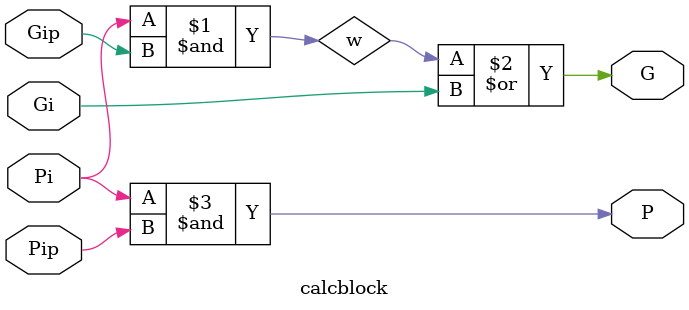
<source format=v>

module thirtytwo_bit_Recursive_Carry_Adder(
output [31:0] sum,
output cout,
input [31:0] a,b);
  
wire cin = 1'b0;
wire [31:0] c,g,p;
  
kgpchoose kgp[31:0](g, p, a, b);
wire [31:1] g2, p2;
buff buff_0(c[0], g[0]);
calcblock calc_0[31:1](g2[31:1], p2[31:1], g[31:1], p[31:1], g[30:0], p[30:0]);

wire [31:2] g3, p3;
buff buff_1(c[1], g2[1]);
calcblock calc_1[31:2](g3[31:2], p3[31:2], g2[31:2], p2[31:2], {g2[29:1],g[0]}, {p2[29:1],p[0]});

wire [31:4] g4, p4;
buff buff_2[3:2](c[3:2], g3[3:2]);
calcblock calc_2[31:4](g4[31:4], p4[31:4], g3[31:4], p3[31:4], {g3[27:2],g2[1],g[0]}, {p3[27:2],p2[1],p[0]});

wire [31:8] g5, p5;
buff buff_3[7:4](c[7:4], g4[7:4]);
calcblock calc_3[31:8](g5[31:8], p5[31:8], g4[31:8], p4[31:8], {g4[23:4],g3[3:2],g2[1],g[0]}, {p4[23:4],p3[3:2],p2[1],p[0]});
        
wire [31:16] g6, p6;
buff buff_4[15:8](c[15:8], g5[15:8]);
calcblock calc_4[31:16](g6[31:16], p6[31:16], g5[31:16], p5[31:16], {g5[15:8],g4[7:4],g3[3:2],g2[1],g[0]}, {p5[15:8],p4[7:4],p3[3:2],p2[1],p[0]});
  
buff buff_5[31:16](c[31:16], g6[31:16]);
finaladder adder_0(sum[0],p[0],cin);
finaladder addr_1[31:1](sum[31:1],p[31:1], c[30:0]);
buf(cout, c[31]);
 


endmodule



module kgpchoose(
output G, P,
input Ai, Bi);
and(G, Ai, Bi);
xor(P, Ai, Bi);
endmodule

module finaladder(
output Si,
input Pi, Ci);
xor(Si, Pi, Ci);
endmodule

module finaladderr(
output Si,
input ai,bi,Ci);
wire w;
xor(w,ai,bi);
xor(Si,w,Ci);
endmodule

module buff(
output Ci,
input Gi);
//buf(Ci, Gi);
assign Ci=Gi;
endmodule

module calcblock(output G, P, input Gi, Pi, Gip, Pip);
wire w;
and(w, Pi, Gip);
or(G, w, Gi);
and(P, Pi, Pip);
endmodule

</source>
